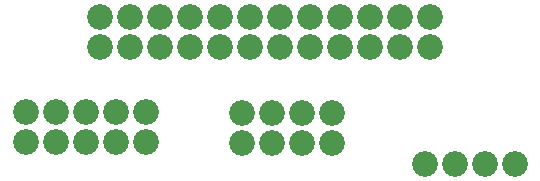
<source format=gts>
G04 #@! TF.FileFunction,Soldermask,Top*
%FSLAX46Y46*%
G04 Gerber Fmt 4.6, Leading zero omitted, Abs format (unit mm)*
G04 Created by KiCad (PCBNEW 4.0.2-stable) date 12/31/2017 6:21:14 PM*
%MOMM*%
G01*
G04 APERTURE LIST*
%ADD10C,0.100000*%
%ADD11C,2.178000*%
G04 APERTURE END LIST*
D10*
D11*
X143880000Y-123280000D03*
X143880000Y-125820000D03*
X141340000Y-123280000D03*
X141340000Y-125820000D03*
X138800000Y-123280000D03*
X138800000Y-125820000D03*
X136260000Y-123280000D03*
X136260000Y-125820000D03*
X133720000Y-123280000D03*
X133720000Y-125820000D03*
X159660000Y-125920000D03*
X159660000Y-123380000D03*
X157120000Y-125920000D03*
X157120000Y-123380000D03*
X154580000Y-123380000D03*
X154580000Y-125920000D03*
X152040000Y-123380000D03*
X152040000Y-125920000D03*
X170030000Y-127700000D03*
X167490000Y-127700000D03*
X172570000Y-127700000D03*
X175110000Y-127700000D03*
X140030000Y-117770000D03*
X140030000Y-115230000D03*
X142570000Y-117770000D03*
X142570000Y-115230000D03*
X145110000Y-117770000D03*
X145110000Y-115230000D03*
X147650000Y-117770000D03*
X147650000Y-115230000D03*
X150190000Y-117770000D03*
X150190000Y-115230000D03*
X152730000Y-117770000D03*
X152730000Y-115230000D03*
X155270000Y-117770000D03*
X155270000Y-115230000D03*
X157810000Y-117770000D03*
X157810000Y-115230000D03*
X160350000Y-117770000D03*
X160350000Y-115230000D03*
X162890000Y-117770000D03*
X162890000Y-115230000D03*
X165430000Y-117770000D03*
X165430000Y-115230000D03*
X167970000Y-117770000D03*
X167970000Y-115230000D03*
M02*

</source>
